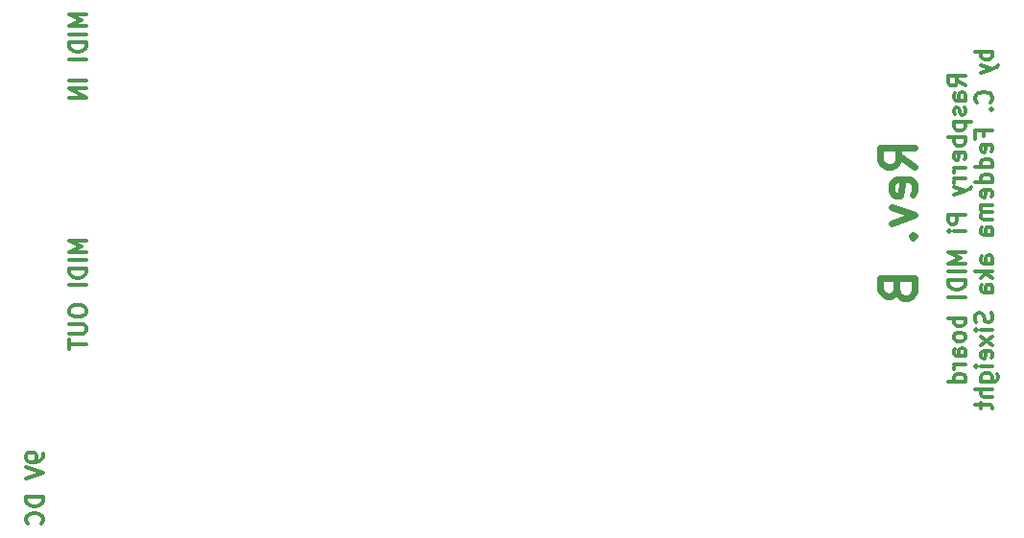
<source format=gbo>
G04 #@! TF.FileFunction,Legend,Bot*
%FSLAX46Y46*%
G04 Gerber Fmt 4.6, Leading zero omitted, Abs format (unit mm)*
G04 Created by KiCad (PCBNEW 4.0.2-stable) date maandag 04 september 2017 19:35:40*
%MOMM*%
G01*
G04 APERTURE LIST*
%ADD10C,0.100000*%
%ADD11C,0.300000*%
%ADD12C,0.600000*%
G04 APERTURE END LIST*
D10*
D11*
X77513571Y-143685000D02*
X77513571Y-143970715D01*
X77442143Y-144113572D01*
X77370714Y-144185000D01*
X77156429Y-144327858D01*
X76870714Y-144399286D01*
X76299286Y-144399286D01*
X76156429Y-144327858D01*
X76085000Y-144256429D01*
X76013571Y-144113572D01*
X76013571Y-143827858D01*
X76085000Y-143685000D01*
X76156429Y-143613572D01*
X76299286Y-143542143D01*
X76656429Y-143542143D01*
X76799286Y-143613572D01*
X76870714Y-143685000D01*
X76942143Y-143827858D01*
X76942143Y-144113572D01*
X76870714Y-144256429D01*
X76799286Y-144327858D01*
X76656429Y-144399286D01*
X76013571Y-144827857D02*
X77513571Y-145327857D01*
X76013571Y-145827857D01*
X77513571Y-147470714D02*
X76013571Y-147470714D01*
X76013571Y-147827857D01*
X76085000Y-148042142D01*
X76227857Y-148185000D01*
X76370714Y-148256428D01*
X76656429Y-148327857D01*
X76870714Y-148327857D01*
X77156429Y-148256428D01*
X77299286Y-148185000D01*
X77442143Y-148042142D01*
X77513571Y-147827857D01*
X77513571Y-147470714D01*
X77370714Y-149827857D02*
X77442143Y-149756428D01*
X77513571Y-149542142D01*
X77513571Y-149399285D01*
X77442143Y-149185000D01*
X77299286Y-149042142D01*
X77156429Y-148970714D01*
X76870714Y-148899285D01*
X76656429Y-148899285D01*
X76370714Y-148970714D01*
X76227857Y-149042142D01*
X76085000Y-149185000D01*
X76013571Y-149399285D01*
X76013571Y-149542142D01*
X76085000Y-149756428D01*
X76156429Y-149827857D01*
X81323571Y-124861428D02*
X79823571Y-124861428D01*
X80895000Y-125361428D01*
X79823571Y-125861428D01*
X81323571Y-125861428D01*
X81323571Y-126575714D02*
X79823571Y-126575714D01*
X81323571Y-127290000D02*
X79823571Y-127290000D01*
X79823571Y-127647143D01*
X79895000Y-127861428D01*
X80037857Y-128004286D01*
X80180714Y-128075714D01*
X80466429Y-128147143D01*
X80680714Y-128147143D01*
X80966429Y-128075714D01*
X81109286Y-128004286D01*
X81252143Y-127861428D01*
X81323571Y-127647143D01*
X81323571Y-127290000D01*
X81323571Y-128790000D02*
X79823571Y-128790000D01*
X79823571Y-130932857D02*
X79823571Y-131218571D01*
X79895000Y-131361429D01*
X80037857Y-131504286D01*
X80323571Y-131575714D01*
X80823571Y-131575714D01*
X81109286Y-131504286D01*
X81252143Y-131361429D01*
X81323571Y-131218571D01*
X81323571Y-130932857D01*
X81252143Y-130790000D01*
X81109286Y-130647143D01*
X80823571Y-130575714D01*
X80323571Y-130575714D01*
X80037857Y-130647143D01*
X79895000Y-130790000D01*
X79823571Y-130932857D01*
X79823571Y-132218572D02*
X81037857Y-132218572D01*
X81180714Y-132290000D01*
X81252143Y-132361429D01*
X81323571Y-132504286D01*
X81323571Y-132790000D01*
X81252143Y-132932858D01*
X81180714Y-133004286D01*
X81037857Y-133075715D01*
X79823571Y-133075715D01*
X79823571Y-133575715D02*
X79823571Y-134432858D01*
X81323571Y-134004287D02*
X79823571Y-134004287D01*
X81323571Y-104906428D02*
X79823571Y-104906428D01*
X80895000Y-105406428D01*
X79823571Y-105906428D01*
X81323571Y-105906428D01*
X81323571Y-106620714D02*
X79823571Y-106620714D01*
X81323571Y-107335000D02*
X79823571Y-107335000D01*
X79823571Y-107692143D01*
X79895000Y-107906428D01*
X80037857Y-108049286D01*
X80180714Y-108120714D01*
X80466429Y-108192143D01*
X80680714Y-108192143D01*
X80966429Y-108120714D01*
X81109286Y-108049286D01*
X81252143Y-107906428D01*
X81323571Y-107692143D01*
X81323571Y-107335000D01*
X81323571Y-108835000D02*
X79823571Y-108835000D01*
X81323571Y-110692143D02*
X79823571Y-110692143D01*
X81323571Y-111406429D02*
X79823571Y-111406429D01*
X81323571Y-112263572D01*
X79823571Y-112263572D01*
D12*
X154392143Y-118332857D02*
X152963571Y-117332857D01*
X154392143Y-116618572D02*
X151392143Y-116618572D01*
X151392143Y-117761429D01*
X151535000Y-118047143D01*
X151677857Y-118190000D01*
X151963571Y-118332857D01*
X152392143Y-118332857D01*
X152677857Y-118190000D01*
X152820714Y-118047143D01*
X152963571Y-117761429D01*
X152963571Y-116618572D01*
X154249286Y-120761429D02*
X154392143Y-120475715D01*
X154392143Y-119904286D01*
X154249286Y-119618572D01*
X153963571Y-119475715D01*
X152820714Y-119475715D01*
X152535000Y-119618572D01*
X152392143Y-119904286D01*
X152392143Y-120475715D01*
X152535000Y-120761429D01*
X152820714Y-120904286D01*
X153106429Y-120904286D01*
X153392143Y-119475715D01*
X152392143Y-121904286D02*
X154392143Y-122618572D01*
X152392143Y-123332858D01*
X154106429Y-124475715D02*
X154249286Y-124618572D01*
X154392143Y-124475715D01*
X154249286Y-124332858D01*
X154106429Y-124475715D01*
X154392143Y-124475715D01*
X152820714Y-129190000D02*
X152963571Y-129618571D01*
X153106429Y-129761428D01*
X153392143Y-129904285D01*
X153820714Y-129904285D01*
X154106429Y-129761428D01*
X154249286Y-129618571D01*
X154392143Y-129332857D01*
X154392143Y-128190000D01*
X151392143Y-128190000D01*
X151392143Y-129190000D01*
X151535000Y-129475714D01*
X151677857Y-129618571D01*
X151963571Y-129761428D01*
X152249286Y-129761428D01*
X152535000Y-129618571D01*
X152677857Y-129475714D01*
X152820714Y-129190000D01*
X152820714Y-128190000D01*
D11*
X158863571Y-111182143D02*
X158149286Y-110682143D01*
X158863571Y-110325000D02*
X157363571Y-110325000D01*
X157363571Y-110896428D01*
X157435000Y-111039286D01*
X157506429Y-111110714D01*
X157649286Y-111182143D01*
X157863571Y-111182143D01*
X158006429Y-111110714D01*
X158077857Y-111039286D01*
X158149286Y-110896428D01*
X158149286Y-110325000D01*
X158863571Y-112467857D02*
X158077857Y-112467857D01*
X157935000Y-112396428D01*
X157863571Y-112253571D01*
X157863571Y-111967857D01*
X157935000Y-111825000D01*
X158792143Y-112467857D02*
X158863571Y-112325000D01*
X158863571Y-111967857D01*
X158792143Y-111825000D01*
X158649286Y-111753571D01*
X158506429Y-111753571D01*
X158363571Y-111825000D01*
X158292143Y-111967857D01*
X158292143Y-112325000D01*
X158220714Y-112467857D01*
X158792143Y-113110714D02*
X158863571Y-113253571D01*
X158863571Y-113539286D01*
X158792143Y-113682143D01*
X158649286Y-113753571D01*
X158577857Y-113753571D01*
X158435000Y-113682143D01*
X158363571Y-113539286D01*
X158363571Y-113325000D01*
X158292143Y-113182143D01*
X158149286Y-113110714D01*
X158077857Y-113110714D01*
X157935000Y-113182143D01*
X157863571Y-113325000D01*
X157863571Y-113539286D01*
X157935000Y-113682143D01*
X157863571Y-114396429D02*
X159363571Y-114396429D01*
X157935000Y-114396429D02*
X157863571Y-114539286D01*
X157863571Y-114825000D01*
X157935000Y-114967857D01*
X158006429Y-115039286D01*
X158149286Y-115110715D01*
X158577857Y-115110715D01*
X158720714Y-115039286D01*
X158792143Y-114967857D01*
X158863571Y-114825000D01*
X158863571Y-114539286D01*
X158792143Y-114396429D01*
X158863571Y-115753572D02*
X157363571Y-115753572D01*
X157935000Y-115753572D02*
X157863571Y-115896429D01*
X157863571Y-116182143D01*
X157935000Y-116325000D01*
X158006429Y-116396429D01*
X158149286Y-116467858D01*
X158577857Y-116467858D01*
X158720714Y-116396429D01*
X158792143Y-116325000D01*
X158863571Y-116182143D01*
X158863571Y-115896429D01*
X158792143Y-115753572D01*
X158792143Y-117682143D02*
X158863571Y-117539286D01*
X158863571Y-117253572D01*
X158792143Y-117110715D01*
X158649286Y-117039286D01*
X158077857Y-117039286D01*
X157935000Y-117110715D01*
X157863571Y-117253572D01*
X157863571Y-117539286D01*
X157935000Y-117682143D01*
X158077857Y-117753572D01*
X158220714Y-117753572D01*
X158363571Y-117039286D01*
X158863571Y-118396429D02*
X157863571Y-118396429D01*
X158149286Y-118396429D02*
X158006429Y-118467857D01*
X157935000Y-118539286D01*
X157863571Y-118682143D01*
X157863571Y-118825000D01*
X158863571Y-119325000D02*
X157863571Y-119325000D01*
X158149286Y-119325000D02*
X158006429Y-119396428D01*
X157935000Y-119467857D01*
X157863571Y-119610714D01*
X157863571Y-119753571D01*
X157863571Y-120110714D02*
X158863571Y-120467857D01*
X157863571Y-120824999D02*
X158863571Y-120467857D01*
X159220714Y-120324999D01*
X159292143Y-120253571D01*
X159363571Y-120110714D01*
X158863571Y-122539285D02*
X157363571Y-122539285D01*
X157363571Y-123110713D01*
X157435000Y-123253571D01*
X157506429Y-123324999D01*
X157649286Y-123396428D01*
X157863571Y-123396428D01*
X158006429Y-123324999D01*
X158077857Y-123253571D01*
X158149286Y-123110713D01*
X158149286Y-122539285D01*
X158863571Y-124039285D02*
X157863571Y-124039285D01*
X157363571Y-124039285D02*
X157435000Y-123967856D01*
X157506429Y-124039285D01*
X157435000Y-124110713D01*
X157363571Y-124039285D01*
X157506429Y-124039285D01*
X158863571Y-125896428D02*
X157363571Y-125896428D01*
X158435000Y-126396428D01*
X157363571Y-126896428D01*
X158863571Y-126896428D01*
X158863571Y-127610714D02*
X157363571Y-127610714D01*
X158863571Y-128325000D02*
X157363571Y-128325000D01*
X157363571Y-128682143D01*
X157435000Y-128896428D01*
X157577857Y-129039286D01*
X157720714Y-129110714D01*
X158006429Y-129182143D01*
X158220714Y-129182143D01*
X158506429Y-129110714D01*
X158649286Y-129039286D01*
X158792143Y-128896428D01*
X158863571Y-128682143D01*
X158863571Y-128325000D01*
X158863571Y-129825000D02*
X157363571Y-129825000D01*
X158863571Y-131682143D02*
X157363571Y-131682143D01*
X157935000Y-131682143D02*
X157863571Y-131825000D01*
X157863571Y-132110714D01*
X157935000Y-132253571D01*
X158006429Y-132325000D01*
X158149286Y-132396429D01*
X158577857Y-132396429D01*
X158720714Y-132325000D01*
X158792143Y-132253571D01*
X158863571Y-132110714D01*
X158863571Y-131825000D01*
X158792143Y-131682143D01*
X158863571Y-133253572D02*
X158792143Y-133110714D01*
X158720714Y-133039286D01*
X158577857Y-132967857D01*
X158149286Y-132967857D01*
X158006429Y-133039286D01*
X157935000Y-133110714D01*
X157863571Y-133253572D01*
X157863571Y-133467857D01*
X157935000Y-133610714D01*
X158006429Y-133682143D01*
X158149286Y-133753572D01*
X158577857Y-133753572D01*
X158720714Y-133682143D01*
X158792143Y-133610714D01*
X158863571Y-133467857D01*
X158863571Y-133253572D01*
X158863571Y-135039286D02*
X158077857Y-135039286D01*
X157935000Y-134967857D01*
X157863571Y-134825000D01*
X157863571Y-134539286D01*
X157935000Y-134396429D01*
X158792143Y-135039286D02*
X158863571Y-134896429D01*
X158863571Y-134539286D01*
X158792143Y-134396429D01*
X158649286Y-134325000D01*
X158506429Y-134325000D01*
X158363571Y-134396429D01*
X158292143Y-134539286D01*
X158292143Y-134896429D01*
X158220714Y-135039286D01*
X158863571Y-135753572D02*
X157863571Y-135753572D01*
X158149286Y-135753572D02*
X158006429Y-135825000D01*
X157935000Y-135896429D01*
X157863571Y-136039286D01*
X157863571Y-136182143D01*
X158863571Y-137325000D02*
X157363571Y-137325000D01*
X158792143Y-137325000D02*
X158863571Y-137182143D01*
X158863571Y-136896429D01*
X158792143Y-136753571D01*
X158720714Y-136682143D01*
X158577857Y-136610714D01*
X158149286Y-136610714D01*
X158006429Y-136682143D01*
X157935000Y-136753571D01*
X157863571Y-136896429D01*
X157863571Y-137182143D01*
X157935000Y-137325000D01*
X161263571Y-108146429D02*
X159763571Y-108146429D01*
X160335000Y-108146429D02*
X160263571Y-108289286D01*
X160263571Y-108575000D01*
X160335000Y-108717857D01*
X160406429Y-108789286D01*
X160549286Y-108860715D01*
X160977857Y-108860715D01*
X161120714Y-108789286D01*
X161192143Y-108717857D01*
X161263571Y-108575000D01*
X161263571Y-108289286D01*
X161192143Y-108146429D01*
X160263571Y-109360715D02*
X161263571Y-109717858D01*
X160263571Y-110075000D02*
X161263571Y-109717858D01*
X161620714Y-109575000D01*
X161692143Y-109503572D01*
X161763571Y-109360715D01*
X161120714Y-112646429D02*
X161192143Y-112575000D01*
X161263571Y-112360714D01*
X161263571Y-112217857D01*
X161192143Y-112003572D01*
X161049286Y-111860714D01*
X160906429Y-111789286D01*
X160620714Y-111717857D01*
X160406429Y-111717857D01*
X160120714Y-111789286D01*
X159977857Y-111860714D01*
X159835000Y-112003572D01*
X159763571Y-112217857D01*
X159763571Y-112360714D01*
X159835000Y-112575000D01*
X159906429Y-112646429D01*
X161120714Y-113289286D02*
X161192143Y-113360714D01*
X161263571Y-113289286D01*
X161192143Y-113217857D01*
X161120714Y-113289286D01*
X161263571Y-113289286D01*
X160477857Y-115646429D02*
X160477857Y-115146429D01*
X161263571Y-115146429D02*
X159763571Y-115146429D01*
X159763571Y-115860715D01*
X161192143Y-117003571D02*
X161263571Y-116860714D01*
X161263571Y-116575000D01*
X161192143Y-116432143D01*
X161049286Y-116360714D01*
X160477857Y-116360714D01*
X160335000Y-116432143D01*
X160263571Y-116575000D01*
X160263571Y-116860714D01*
X160335000Y-117003571D01*
X160477857Y-117075000D01*
X160620714Y-117075000D01*
X160763571Y-116360714D01*
X161263571Y-118360714D02*
X159763571Y-118360714D01*
X161192143Y-118360714D02*
X161263571Y-118217857D01*
X161263571Y-117932143D01*
X161192143Y-117789285D01*
X161120714Y-117717857D01*
X160977857Y-117646428D01*
X160549286Y-117646428D01*
X160406429Y-117717857D01*
X160335000Y-117789285D01*
X160263571Y-117932143D01*
X160263571Y-118217857D01*
X160335000Y-118360714D01*
X161263571Y-119717857D02*
X159763571Y-119717857D01*
X161192143Y-119717857D02*
X161263571Y-119575000D01*
X161263571Y-119289286D01*
X161192143Y-119146428D01*
X161120714Y-119075000D01*
X160977857Y-119003571D01*
X160549286Y-119003571D01*
X160406429Y-119075000D01*
X160335000Y-119146428D01*
X160263571Y-119289286D01*
X160263571Y-119575000D01*
X160335000Y-119717857D01*
X161192143Y-121003571D02*
X161263571Y-120860714D01*
X161263571Y-120575000D01*
X161192143Y-120432143D01*
X161049286Y-120360714D01*
X160477857Y-120360714D01*
X160335000Y-120432143D01*
X160263571Y-120575000D01*
X160263571Y-120860714D01*
X160335000Y-121003571D01*
X160477857Y-121075000D01*
X160620714Y-121075000D01*
X160763571Y-120360714D01*
X161263571Y-121717857D02*
X160263571Y-121717857D01*
X160406429Y-121717857D02*
X160335000Y-121789285D01*
X160263571Y-121932143D01*
X160263571Y-122146428D01*
X160335000Y-122289285D01*
X160477857Y-122360714D01*
X161263571Y-122360714D01*
X160477857Y-122360714D02*
X160335000Y-122432143D01*
X160263571Y-122575000D01*
X160263571Y-122789285D01*
X160335000Y-122932143D01*
X160477857Y-123003571D01*
X161263571Y-123003571D01*
X161263571Y-124360714D02*
X160477857Y-124360714D01*
X160335000Y-124289285D01*
X160263571Y-124146428D01*
X160263571Y-123860714D01*
X160335000Y-123717857D01*
X161192143Y-124360714D02*
X161263571Y-124217857D01*
X161263571Y-123860714D01*
X161192143Y-123717857D01*
X161049286Y-123646428D01*
X160906429Y-123646428D01*
X160763571Y-123717857D01*
X160692143Y-123860714D01*
X160692143Y-124217857D01*
X160620714Y-124360714D01*
X161263571Y-126860714D02*
X160477857Y-126860714D01*
X160335000Y-126789285D01*
X160263571Y-126646428D01*
X160263571Y-126360714D01*
X160335000Y-126217857D01*
X161192143Y-126860714D02*
X161263571Y-126717857D01*
X161263571Y-126360714D01*
X161192143Y-126217857D01*
X161049286Y-126146428D01*
X160906429Y-126146428D01*
X160763571Y-126217857D01*
X160692143Y-126360714D01*
X160692143Y-126717857D01*
X160620714Y-126860714D01*
X161263571Y-127575000D02*
X159763571Y-127575000D01*
X160692143Y-127717857D02*
X161263571Y-128146428D01*
X160263571Y-128146428D02*
X160835000Y-127575000D01*
X161263571Y-129432143D02*
X160477857Y-129432143D01*
X160335000Y-129360714D01*
X160263571Y-129217857D01*
X160263571Y-128932143D01*
X160335000Y-128789286D01*
X161192143Y-129432143D02*
X161263571Y-129289286D01*
X161263571Y-128932143D01*
X161192143Y-128789286D01*
X161049286Y-128717857D01*
X160906429Y-128717857D01*
X160763571Y-128789286D01*
X160692143Y-128932143D01*
X160692143Y-129289286D01*
X160620714Y-129432143D01*
X161192143Y-131217857D02*
X161263571Y-131432143D01*
X161263571Y-131789286D01*
X161192143Y-131932143D01*
X161120714Y-132003572D01*
X160977857Y-132075000D01*
X160835000Y-132075000D01*
X160692143Y-132003572D01*
X160620714Y-131932143D01*
X160549286Y-131789286D01*
X160477857Y-131503572D01*
X160406429Y-131360714D01*
X160335000Y-131289286D01*
X160192143Y-131217857D01*
X160049286Y-131217857D01*
X159906429Y-131289286D01*
X159835000Y-131360714D01*
X159763571Y-131503572D01*
X159763571Y-131860714D01*
X159835000Y-132075000D01*
X161263571Y-132717857D02*
X160263571Y-132717857D01*
X159763571Y-132717857D02*
X159835000Y-132646428D01*
X159906429Y-132717857D01*
X159835000Y-132789285D01*
X159763571Y-132717857D01*
X159906429Y-132717857D01*
X161263571Y-133289286D02*
X160263571Y-134075000D01*
X160263571Y-133289286D02*
X161263571Y-134075000D01*
X161192143Y-135217857D02*
X161263571Y-135075000D01*
X161263571Y-134789286D01*
X161192143Y-134646429D01*
X161049286Y-134575000D01*
X160477857Y-134575000D01*
X160335000Y-134646429D01*
X160263571Y-134789286D01*
X160263571Y-135075000D01*
X160335000Y-135217857D01*
X160477857Y-135289286D01*
X160620714Y-135289286D01*
X160763571Y-134575000D01*
X161263571Y-135932143D02*
X160263571Y-135932143D01*
X159763571Y-135932143D02*
X159835000Y-135860714D01*
X159906429Y-135932143D01*
X159835000Y-136003571D01*
X159763571Y-135932143D01*
X159906429Y-135932143D01*
X160263571Y-137289286D02*
X161477857Y-137289286D01*
X161620714Y-137217857D01*
X161692143Y-137146429D01*
X161763571Y-137003572D01*
X161763571Y-136789286D01*
X161692143Y-136646429D01*
X161192143Y-137289286D02*
X161263571Y-137146429D01*
X161263571Y-136860715D01*
X161192143Y-136717857D01*
X161120714Y-136646429D01*
X160977857Y-136575000D01*
X160549286Y-136575000D01*
X160406429Y-136646429D01*
X160335000Y-136717857D01*
X160263571Y-136860715D01*
X160263571Y-137146429D01*
X160335000Y-137289286D01*
X161263571Y-138003572D02*
X159763571Y-138003572D01*
X161263571Y-138646429D02*
X160477857Y-138646429D01*
X160335000Y-138575000D01*
X160263571Y-138432143D01*
X160263571Y-138217858D01*
X160335000Y-138075000D01*
X160406429Y-138003572D01*
X160263571Y-139146429D02*
X160263571Y-139717858D01*
X159763571Y-139360715D02*
X161049286Y-139360715D01*
X161192143Y-139432143D01*
X161263571Y-139575001D01*
X161263571Y-139717858D01*
M02*

</source>
